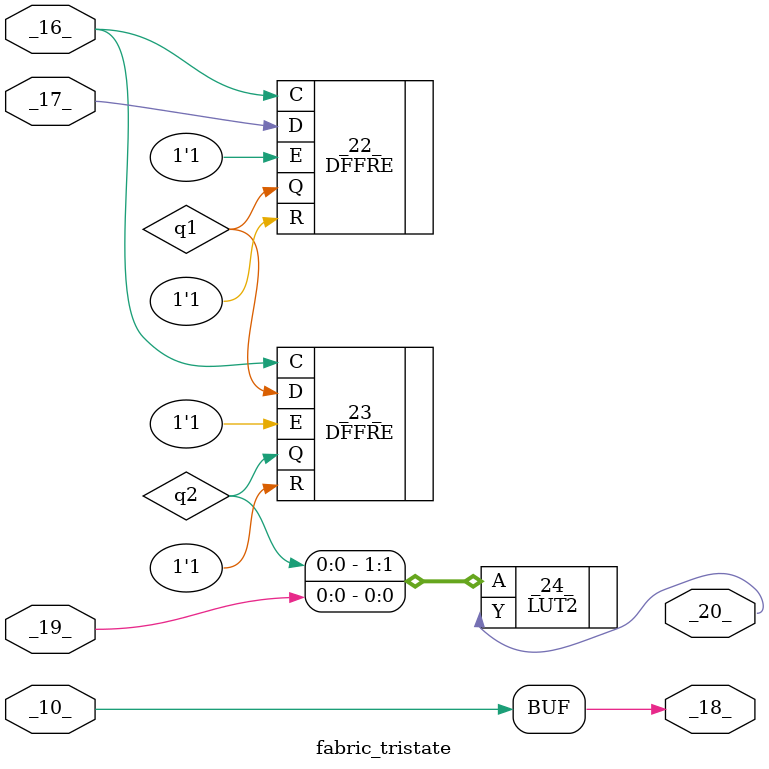
<source format=v>
/* Generated by Yosys 0.18+10 (git sha1 07c42e625, gcc 11.4.0-1ubuntu1~22.04 -fPIC -Os) */

module fabric_tristate(_18_, _19_, _10_, _17_, _20_, _16_);
  input _10_;
  input _16_;
  input _17_;
  output _18_;
  input _19_;
  output _20_;
  (* src = "/home/cschai/github/yosys_verific_rs/yosys/install/bin/../share/yosys/rapidsilicon/genesis3/io_cell_final_map.v:26.16-26.17" *)
  wire _00_;
  (* src = "/home/cschai/github/yosys_verific_rs/yosys/install/bin/../share/yosys/rapidsilicon/genesis3/io_cell_final_map.v:37.16-37.17" *)
  wire _01_;
  (* src = "/home/cschai/github/yosys_verific_rs/yosys/install/bin/../share/yosys/rapidsilicon/genesis3/io_cell_final_map.v:38.16-38.17" *)
  wire _02_;
  (* src = "/home/cschai/github/yosys_verific_rs/yosys/install/bin/../share/yosys/rapidsilicon/genesis3/io_cell_final_map.v:39.16-39.17" *)
  wire _03_;
  (* src = "/home/cschai/github/yosys_verific_rs/yosys/install/bin/../share/yosys/rapidsilicon/genesis3/io_cell_final_map.v:24.16-24.17" *)
  wire _04_;
  (* src = "/home/cschai/github/yosys_verific_rs/yosys/install/bin/../share/yosys/rapidsilicon/genesis3/io_cell_final_map.v:25.16-25.18" *)
  wire _05_;
  (* src = "/home/cschai/github/yosys_verific_rs/yosys/install/bin/../share/yosys/rapidsilicon/genesis3/io_cell_final_map.v:26.16-26.17" *)
  wire _06_;
  (* src = "/home/cschai/github/yosys_verific_rs/yosys/install/bin/../share/yosys/rapidsilicon/genesis3/io_cell_final_map.v:24.16-24.17" *)
  wire _07_;
  (* src = "/home/cschai/github/yosys_verific_rs/yosys/install/bin/../share/yosys/rapidsilicon/genesis3/io_cell_final_map.v:25.16-25.18" *)
  wire _08_;
  (* src = "/home/cschai/github/yosys_verific_rs/yosys/install/bin/../share/yosys/rapidsilicon/genesis3/io_cell_final_map.v:26.16-26.17" *)
  wire _09_;
  wire _10_;
  (* src = "/home/cschai/github/yosys_verific_rs/yosys/install/bin/../share/yosys/rapidsilicon/genesis3/io_cell_final_map.v:24.16-24.17" *)
  wire _11_;
  (* src = "/home/cschai/github/yosys_verific_rs/yosys/install/bin/../share/yosys/rapidsilicon/genesis3/lut_map.v:13.13-13.14" *)
  wire _12_;
  (* src = "/home/cschai/github/yosys_verific_rs/yosys/install/bin/../share/yosys/rapidsilicon/genesis3/lut_map.v:12.23-12.24" *)
  wire [1:0] _13_;
  (* src = "/home/cschai/github/yosys_verific_rs/yosys/install/bin/../share/yosys/rapidsilicon/genesis3/io_cell_final_map.v:25.16-25.18" *)
  wire _14_;
  (* src = "/home/cschai/github/yosys_verific_rs/yosys/install/bin/../share/yosys/rapidsilicon/genesis3/io_cell_final_map.v:11.12-11.13" *)
  wire _15_;
  wire _16_;
  wire _17_;
  wire _18_;
  wire _19_;
  wire _20_;
  (* keep = 32'h00000001 *)
  (* src = "tristate.v:19.8-19.10" *)
  wire q1;
  (* keep = 32'h00000001 *)
  (* src = "tristate.v:20.8-20.10" *)
  wire q2;
  (* src = "/home/cschai/github/yosys_verific_rs/yosys/install/bin/../share/yosys/rapidsilicon/genesis3/io_cell_final_map.v:10.12-10.13" *)
  wire _21_;
  (* module_not_derived = 32'h00000001 *)
  (* src = "/home/cschai/github/yosys_verific_rs/yosys/install/bin/../share/yosys/rapidsilicon/genesis3/ffs_map.v:10.11-10.70" *)
  DFFRE _22_ (
    .C(_16_),
    .D(_17_),
    .E(1'h1),
    .Q(q1),
    .R(1'h1)
  );
  (* module_not_derived = 32'h00000001 *)
  (* src = "/home/cschai/github/yosys_verific_rs/yosys/install/bin/../share/yosys/rapidsilicon/genesis3/ffs_map.v:10.11-10.70" *)
  DFFRE _23_ (
    .C(_16_),
    .D(q1),
    .E(1'h1),
    .Q(q2),
    .R(1'h1)
  );
  (* module_not_derived = 32'h00000001 *)
  (* src = "/home/cschai/github/yosys_verific_rs/yosys/install/bin/../share/yosys/rapidsilicon/genesis3/lut_map.v:21.38-21.69" *)
  LUT2 #(
    .INIT_VALUE(4'h8)
  ) _24_ (
    .Y(_20_),
    .A({ q2, _19_ })
  );
  assign _18_ = _10_;
endmodule

</source>
